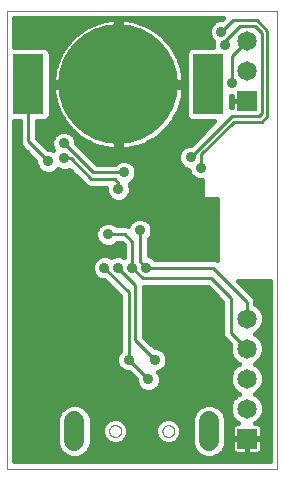
<source format=gbl>
G75*
%MOIN*%
%OFA0B0*%
%FSLAX25Y25*%
%IPPOS*%
%LPD*%
%AMOC8*
5,1,8,0,0,1.08239X$1,22.5*
%
%ADD10C,0.00000*%
%ADD11C,0.06600*%
%ADD12R,0.06500X0.06500*%
%ADD13C,0.06500*%
%ADD14C,0.40000*%
%ADD15R,0.10000X0.20000*%
%ADD16C,0.01600*%
%ADD17C,0.03562*%
%ADD18C,0.01000*%
D10*
X0022622Y0058041D02*
X0022622Y0210541D01*
X0112622Y0210541D01*
X0112622Y0058041D01*
X0022622Y0058041D01*
X0056795Y0070541D02*
X0056797Y0070629D01*
X0056803Y0070717D01*
X0056813Y0070805D01*
X0056827Y0070893D01*
X0056844Y0070979D01*
X0056866Y0071065D01*
X0056891Y0071149D01*
X0056921Y0071233D01*
X0056953Y0071315D01*
X0056990Y0071395D01*
X0057030Y0071474D01*
X0057074Y0071551D01*
X0057121Y0071626D01*
X0057171Y0071698D01*
X0057225Y0071769D01*
X0057281Y0071836D01*
X0057341Y0071902D01*
X0057403Y0071964D01*
X0057469Y0072024D01*
X0057536Y0072080D01*
X0057607Y0072134D01*
X0057679Y0072184D01*
X0057754Y0072231D01*
X0057831Y0072275D01*
X0057910Y0072315D01*
X0057990Y0072352D01*
X0058072Y0072384D01*
X0058156Y0072414D01*
X0058240Y0072439D01*
X0058326Y0072461D01*
X0058412Y0072478D01*
X0058500Y0072492D01*
X0058588Y0072502D01*
X0058676Y0072508D01*
X0058764Y0072510D01*
X0058852Y0072508D01*
X0058940Y0072502D01*
X0059028Y0072492D01*
X0059116Y0072478D01*
X0059202Y0072461D01*
X0059288Y0072439D01*
X0059372Y0072414D01*
X0059456Y0072384D01*
X0059538Y0072352D01*
X0059618Y0072315D01*
X0059697Y0072275D01*
X0059774Y0072231D01*
X0059849Y0072184D01*
X0059921Y0072134D01*
X0059992Y0072080D01*
X0060059Y0072024D01*
X0060125Y0071964D01*
X0060187Y0071902D01*
X0060247Y0071836D01*
X0060303Y0071769D01*
X0060357Y0071698D01*
X0060407Y0071626D01*
X0060454Y0071551D01*
X0060498Y0071474D01*
X0060538Y0071395D01*
X0060575Y0071315D01*
X0060607Y0071233D01*
X0060637Y0071149D01*
X0060662Y0071065D01*
X0060684Y0070979D01*
X0060701Y0070893D01*
X0060715Y0070805D01*
X0060725Y0070717D01*
X0060731Y0070629D01*
X0060733Y0070541D01*
X0060731Y0070453D01*
X0060725Y0070365D01*
X0060715Y0070277D01*
X0060701Y0070189D01*
X0060684Y0070103D01*
X0060662Y0070017D01*
X0060637Y0069933D01*
X0060607Y0069849D01*
X0060575Y0069767D01*
X0060538Y0069687D01*
X0060498Y0069608D01*
X0060454Y0069531D01*
X0060407Y0069456D01*
X0060357Y0069384D01*
X0060303Y0069313D01*
X0060247Y0069246D01*
X0060187Y0069180D01*
X0060125Y0069118D01*
X0060059Y0069058D01*
X0059992Y0069002D01*
X0059921Y0068948D01*
X0059849Y0068898D01*
X0059774Y0068851D01*
X0059697Y0068807D01*
X0059618Y0068767D01*
X0059538Y0068730D01*
X0059456Y0068698D01*
X0059372Y0068668D01*
X0059288Y0068643D01*
X0059202Y0068621D01*
X0059116Y0068604D01*
X0059028Y0068590D01*
X0058940Y0068580D01*
X0058852Y0068574D01*
X0058764Y0068572D01*
X0058676Y0068574D01*
X0058588Y0068580D01*
X0058500Y0068590D01*
X0058412Y0068604D01*
X0058326Y0068621D01*
X0058240Y0068643D01*
X0058156Y0068668D01*
X0058072Y0068698D01*
X0057990Y0068730D01*
X0057910Y0068767D01*
X0057831Y0068807D01*
X0057754Y0068851D01*
X0057679Y0068898D01*
X0057607Y0068948D01*
X0057536Y0069002D01*
X0057469Y0069058D01*
X0057403Y0069118D01*
X0057341Y0069180D01*
X0057281Y0069246D01*
X0057225Y0069313D01*
X0057171Y0069384D01*
X0057121Y0069456D01*
X0057074Y0069531D01*
X0057030Y0069608D01*
X0056990Y0069687D01*
X0056953Y0069767D01*
X0056921Y0069849D01*
X0056891Y0069933D01*
X0056866Y0070017D01*
X0056844Y0070103D01*
X0056827Y0070189D01*
X0056813Y0070277D01*
X0056803Y0070365D01*
X0056797Y0070453D01*
X0056795Y0070541D01*
X0074511Y0070541D02*
X0074513Y0070629D01*
X0074519Y0070717D01*
X0074529Y0070805D01*
X0074543Y0070893D01*
X0074560Y0070979D01*
X0074582Y0071065D01*
X0074607Y0071149D01*
X0074637Y0071233D01*
X0074669Y0071315D01*
X0074706Y0071395D01*
X0074746Y0071474D01*
X0074790Y0071551D01*
X0074837Y0071626D01*
X0074887Y0071698D01*
X0074941Y0071769D01*
X0074997Y0071836D01*
X0075057Y0071902D01*
X0075119Y0071964D01*
X0075185Y0072024D01*
X0075252Y0072080D01*
X0075323Y0072134D01*
X0075395Y0072184D01*
X0075470Y0072231D01*
X0075547Y0072275D01*
X0075626Y0072315D01*
X0075706Y0072352D01*
X0075788Y0072384D01*
X0075872Y0072414D01*
X0075956Y0072439D01*
X0076042Y0072461D01*
X0076128Y0072478D01*
X0076216Y0072492D01*
X0076304Y0072502D01*
X0076392Y0072508D01*
X0076480Y0072510D01*
X0076568Y0072508D01*
X0076656Y0072502D01*
X0076744Y0072492D01*
X0076832Y0072478D01*
X0076918Y0072461D01*
X0077004Y0072439D01*
X0077088Y0072414D01*
X0077172Y0072384D01*
X0077254Y0072352D01*
X0077334Y0072315D01*
X0077413Y0072275D01*
X0077490Y0072231D01*
X0077565Y0072184D01*
X0077637Y0072134D01*
X0077708Y0072080D01*
X0077775Y0072024D01*
X0077841Y0071964D01*
X0077903Y0071902D01*
X0077963Y0071836D01*
X0078019Y0071769D01*
X0078073Y0071698D01*
X0078123Y0071626D01*
X0078170Y0071551D01*
X0078214Y0071474D01*
X0078254Y0071395D01*
X0078291Y0071315D01*
X0078323Y0071233D01*
X0078353Y0071149D01*
X0078378Y0071065D01*
X0078400Y0070979D01*
X0078417Y0070893D01*
X0078431Y0070805D01*
X0078441Y0070717D01*
X0078447Y0070629D01*
X0078449Y0070541D01*
X0078447Y0070453D01*
X0078441Y0070365D01*
X0078431Y0070277D01*
X0078417Y0070189D01*
X0078400Y0070103D01*
X0078378Y0070017D01*
X0078353Y0069933D01*
X0078323Y0069849D01*
X0078291Y0069767D01*
X0078254Y0069687D01*
X0078214Y0069608D01*
X0078170Y0069531D01*
X0078123Y0069456D01*
X0078073Y0069384D01*
X0078019Y0069313D01*
X0077963Y0069246D01*
X0077903Y0069180D01*
X0077841Y0069118D01*
X0077775Y0069058D01*
X0077708Y0069002D01*
X0077637Y0068948D01*
X0077565Y0068898D01*
X0077490Y0068851D01*
X0077413Y0068807D01*
X0077334Y0068767D01*
X0077254Y0068730D01*
X0077172Y0068698D01*
X0077088Y0068668D01*
X0077004Y0068643D01*
X0076918Y0068621D01*
X0076832Y0068604D01*
X0076744Y0068590D01*
X0076656Y0068580D01*
X0076568Y0068574D01*
X0076480Y0068572D01*
X0076392Y0068574D01*
X0076304Y0068580D01*
X0076216Y0068590D01*
X0076128Y0068604D01*
X0076042Y0068621D01*
X0075956Y0068643D01*
X0075872Y0068668D01*
X0075788Y0068698D01*
X0075706Y0068730D01*
X0075626Y0068767D01*
X0075547Y0068807D01*
X0075470Y0068851D01*
X0075395Y0068898D01*
X0075323Y0068948D01*
X0075252Y0069002D01*
X0075185Y0069058D01*
X0075119Y0069118D01*
X0075057Y0069180D01*
X0074997Y0069246D01*
X0074941Y0069313D01*
X0074887Y0069384D01*
X0074837Y0069456D01*
X0074790Y0069531D01*
X0074746Y0069608D01*
X0074706Y0069687D01*
X0074669Y0069767D01*
X0074637Y0069849D01*
X0074607Y0069933D01*
X0074582Y0070017D01*
X0074560Y0070103D01*
X0074543Y0070189D01*
X0074529Y0070277D01*
X0074519Y0070365D01*
X0074513Y0070453D01*
X0074511Y0070541D01*
D11*
X0090063Y0067241D02*
X0090063Y0073841D01*
X0045181Y0073841D02*
X0045181Y0067241D01*
D12*
X0102622Y0068041D03*
X0102622Y0180541D03*
D13*
X0102622Y0190541D03*
X0102622Y0200541D03*
X0102622Y0108041D03*
X0102622Y0098041D03*
X0102622Y0088041D03*
X0102622Y0078041D03*
D14*
X0059810Y0186166D03*
D15*
X0089810Y0186166D03*
X0029810Y0186166D03*
D16*
X0032710Y0173766D02*
X0035287Y0173766D01*
X0036169Y0174132D01*
X0036844Y0174807D01*
X0037210Y0175689D01*
X0037210Y0196644D01*
X0036844Y0197526D01*
X0036169Y0198201D01*
X0035287Y0198566D01*
X0025022Y0198566D01*
X0025022Y0208141D01*
X0094558Y0208141D01*
X0094265Y0207847D01*
X0093353Y0207847D01*
X0091816Y0207211D01*
X0090640Y0206035D01*
X0090004Y0204498D01*
X0090004Y0202835D01*
X0090640Y0201298D01*
X0091418Y0200520D01*
X0091254Y0200123D01*
X0091254Y0198566D01*
X0084332Y0198566D01*
X0083450Y0198201D01*
X0082775Y0197526D01*
X0082410Y0196644D01*
X0082410Y0175689D01*
X0082775Y0174807D01*
X0083450Y0174132D01*
X0084332Y0173766D01*
X0091746Y0173766D01*
X0083952Y0165972D01*
X0083040Y0165972D01*
X0081504Y0165336D01*
X0080328Y0164160D01*
X0079691Y0162623D01*
X0079691Y0160960D01*
X0080328Y0159423D01*
X0081504Y0158247D01*
X0083040Y0157610D01*
X0083129Y0157610D01*
X0083129Y0157522D01*
X0083765Y0155985D01*
X0084941Y0154809D01*
X0086478Y0154173D01*
X0087622Y0154173D01*
X0087622Y0148041D01*
X0092622Y0148041D01*
X0092622Y0127537D01*
X0091949Y0127816D01*
X0072198Y0127816D01*
X0071553Y0128461D01*
X0070016Y0129097D01*
X0069897Y0129097D01*
X0069897Y0134403D01*
X0070542Y0135048D01*
X0071178Y0136585D01*
X0071178Y0138248D01*
X0070542Y0139785D01*
X0069366Y0140961D01*
X0067829Y0141597D01*
X0066165Y0141597D01*
X0064629Y0140961D01*
X0063453Y0139785D01*
X0063070Y0138861D01*
X0062574Y0139066D01*
X0059385Y0139066D01*
X0058741Y0139711D01*
X0057204Y0140347D01*
X0055540Y0140347D01*
X0054004Y0139711D01*
X0052828Y0138535D01*
X0052191Y0136998D01*
X0052191Y0135335D01*
X0052828Y0133798D01*
X0054004Y0132622D01*
X0055540Y0131985D01*
X0057204Y0131985D01*
X0058741Y0132622D01*
X0059385Y0133266D01*
X0060796Y0133266D01*
X0061597Y0132465D01*
X0061597Y0128702D01*
X0060641Y0129097D01*
X0058978Y0129097D01*
X0057466Y0128471D01*
X0055954Y0129097D01*
X0054290Y0129097D01*
X0052754Y0128461D01*
X0051578Y0127285D01*
X0050941Y0125748D01*
X0050941Y0124085D01*
X0051578Y0122548D01*
X0052754Y0121372D01*
X0054290Y0120735D01*
X0055202Y0120735D01*
X0060347Y0115590D01*
X0060347Y0097304D01*
X0059703Y0096660D01*
X0059066Y0095123D01*
X0059066Y0093460D01*
X0059703Y0091923D01*
X0060879Y0090747D01*
X0062415Y0090110D01*
X0063327Y0090110D01*
X0065629Y0087809D01*
X0065629Y0086897D01*
X0066265Y0085360D01*
X0067441Y0084184D01*
X0068978Y0083548D01*
X0070641Y0083548D01*
X0072178Y0084184D01*
X0073354Y0085360D01*
X0073991Y0086897D01*
X0073991Y0088561D01*
X0073354Y0090097D01*
X0073191Y0090260D01*
X0074366Y0090747D01*
X0075542Y0091923D01*
X0076178Y0093460D01*
X0076178Y0095123D01*
X0075542Y0096660D01*
X0074366Y0097836D01*
X0072829Y0098472D01*
X0071917Y0098472D01*
X0068335Y0102055D01*
X0068335Y0118579D01*
X0089546Y0118579D01*
X0094410Y0113715D01*
X0094410Y0102777D01*
X0094851Y0101711D01*
X0095667Y0100895D01*
X0097097Y0099466D01*
X0096972Y0099165D01*
X0096972Y0096917D01*
X0097832Y0094841D01*
X0099422Y0093252D01*
X0099929Y0093041D01*
X0099422Y0092831D01*
X0097832Y0091242D01*
X0096972Y0089165D01*
X0096972Y0086917D01*
X0097832Y0084841D01*
X0099422Y0083252D01*
X0099929Y0083041D01*
X0099422Y0082831D01*
X0097832Y0081242D01*
X0096972Y0079165D01*
X0096972Y0076917D01*
X0097832Y0074841D01*
X0099422Y0073252D01*
X0099808Y0073091D01*
X0099135Y0073091D01*
X0098677Y0072969D01*
X0098267Y0072732D01*
X0097932Y0072397D01*
X0097695Y0071986D01*
X0097572Y0071528D01*
X0097572Y0068116D01*
X0102547Y0068116D01*
X0102547Y0067966D01*
X0102697Y0067966D01*
X0102697Y0062991D01*
X0106109Y0062991D01*
X0106567Y0063114D01*
X0106977Y0063351D01*
X0107313Y0063686D01*
X0107549Y0064097D01*
X0107672Y0064554D01*
X0107672Y0067966D01*
X0102697Y0067966D01*
X0102697Y0068116D01*
X0107672Y0068116D01*
X0107672Y0071528D01*
X0107549Y0071986D01*
X0107313Y0072397D01*
X0106977Y0072732D01*
X0106567Y0072969D01*
X0106109Y0073091D01*
X0105436Y0073091D01*
X0105823Y0073252D01*
X0107412Y0074841D01*
X0108272Y0076917D01*
X0108272Y0079165D01*
X0107412Y0081242D01*
X0105823Y0082831D01*
X0105315Y0083041D01*
X0105823Y0083252D01*
X0107412Y0084841D01*
X0108272Y0086917D01*
X0108272Y0089165D01*
X0107412Y0091242D01*
X0105823Y0092831D01*
X0105315Y0093041D01*
X0105823Y0093252D01*
X0107412Y0094841D01*
X0108272Y0096917D01*
X0108272Y0099165D01*
X0107412Y0101242D01*
X0105823Y0102831D01*
X0105315Y0103041D01*
X0105823Y0103252D01*
X0107412Y0104841D01*
X0108272Y0106917D01*
X0108272Y0109165D01*
X0107412Y0111242D01*
X0105823Y0112831D01*
X0105522Y0112956D01*
X0105522Y0114243D01*
X0105081Y0115309D01*
X0099848Y0120541D01*
X0110222Y0120541D01*
X0110222Y0060441D01*
X0025022Y0060441D01*
X0025022Y0173766D01*
X0026910Y0173766D01*
X0026910Y0166527D01*
X0027351Y0165461D01*
X0028167Y0164645D01*
X0032191Y0160621D01*
X0032191Y0159710D01*
X0032828Y0158173D01*
X0034004Y0156997D01*
X0035540Y0156360D01*
X0037204Y0156360D01*
X0038741Y0156997D01*
X0039572Y0157828D01*
X0040853Y0157298D01*
X0042516Y0157298D01*
X0043532Y0157718D01*
X0048289Y0152961D01*
X0049104Y0152145D01*
X0050170Y0151704D01*
X0055629Y0151704D01*
X0055629Y0150335D01*
X0056265Y0148798D01*
X0057441Y0147622D01*
X0058978Y0146985D01*
X0060641Y0146985D01*
X0062178Y0147622D01*
X0063354Y0148798D01*
X0063991Y0150335D01*
X0063991Y0151998D01*
X0063558Y0153042D01*
X0064053Y0153247D01*
X0065229Y0154423D01*
X0065866Y0155960D01*
X0065866Y0157623D01*
X0065229Y0159160D01*
X0064053Y0160336D01*
X0062516Y0160972D01*
X0060853Y0160972D01*
X0059316Y0160336D01*
X0058672Y0159691D01*
X0052573Y0159691D01*
X0045866Y0166399D01*
X0045866Y0167311D01*
X0045229Y0168847D01*
X0044053Y0170023D01*
X0042516Y0170660D01*
X0040853Y0170660D01*
X0039316Y0170023D01*
X0038140Y0168847D01*
X0037504Y0167311D01*
X0037504Y0165647D01*
X0038028Y0164381D01*
X0037204Y0164722D01*
X0036292Y0164722D01*
X0032710Y0168305D01*
X0032710Y0173766D01*
X0032710Y0173134D02*
X0042332Y0173134D01*
X0042677Y0172660D02*
X0043789Y0171357D01*
X0045000Y0170146D01*
X0046303Y0169033D01*
X0047689Y0168026D01*
X0049150Y0167131D01*
X0050676Y0166354D01*
X0052258Y0165698D01*
X0053888Y0165169D01*
X0055553Y0164769D01*
X0057245Y0164501D01*
X0058953Y0164366D01*
X0059010Y0164366D01*
X0059010Y0185366D01*
X0060610Y0185366D01*
X0060610Y0186966D01*
X0081610Y0186966D01*
X0081610Y0187023D01*
X0081475Y0188731D01*
X0081207Y0190423D01*
X0080807Y0192088D01*
X0080278Y0193718D01*
X0079622Y0195300D01*
X0078845Y0196826D01*
X0077950Y0198287D01*
X0076943Y0199673D01*
X0075830Y0200976D01*
X0074619Y0202187D01*
X0073316Y0203299D01*
X0071930Y0204306D01*
X0070470Y0205201D01*
X0068943Y0205979D01*
X0067361Y0206635D01*
X0065732Y0207164D01*
X0064066Y0207564D01*
X0062374Y0207832D01*
X0060666Y0207966D01*
X0060610Y0207966D01*
X0060610Y0186966D01*
X0059010Y0186966D01*
X0059010Y0185366D01*
X0038010Y0185366D01*
X0038010Y0185310D01*
X0038144Y0183602D01*
X0038412Y0181910D01*
X0038812Y0180244D01*
X0039341Y0178615D01*
X0039997Y0177033D01*
X0040775Y0175506D01*
X0041670Y0174046D01*
X0042677Y0172660D01*
X0043637Y0171536D02*
X0032710Y0171536D01*
X0032710Y0169937D02*
X0039230Y0169937D01*
X0037929Y0168339D02*
X0032710Y0168339D01*
X0034275Y0166740D02*
X0037504Y0166740D01*
X0037713Y0165142D02*
X0035873Y0165142D01*
X0032191Y0160346D02*
X0025022Y0160346D01*
X0025022Y0158748D02*
X0032590Y0158748D01*
X0033851Y0157149D02*
X0025022Y0157149D01*
X0025022Y0155551D02*
X0045699Y0155551D01*
X0044101Y0157149D02*
X0038893Y0157149D01*
X0045866Y0166740D02*
X0049917Y0166740D01*
X0048722Y0163543D02*
X0080072Y0163543D01*
X0079691Y0161945D02*
X0050320Y0161945D01*
X0051919Y0160346D02*
X0059341Y0160346D01*
X0060610Y0164366D02*
X0060666Y0164366D01*
X0062374Y0164501D01*
X0064066Y0164769D01*
X0065732Y0165169D01*
X0067361Y0165698D01*
X0068943Y0166354D01*
X0070470Y0167131D01*
X0071930Y0168026D01*
X0073316Y0169033D01*
X0074619Y0170146D01*
X0075830Y0171357D01*
X0076943Y0172660D01*
X0077950Y0174046D01*
X0078845Y0175506D01*
X0079622Y0177033D01*
X0080278Y0178615D01*
X0080807Y0180244D01*
X0081207Y0181910D01*
X0081475Y0183602D01*
X0081610Y0185310D01*
X0081610Y0185366D01*
X0060610Y0185366D01*
X0060610Y0164366D01*
X0060610Y0165142D02*
X0059010Y0165142D01*
X0059010Y0166740D02*
X0060610Y0166740D01*
X0060610Y0168339D02*
X0059010Y0168339D01*
X0059010Y0169937D02*
X0060610Y0169937D01*
X0060610Y0171536D02*
X0059010Y0171536D01*
X0059010Y0173134D02*
X0060610Y0173134D01*
X0060610Y0174733D02*
X0059010Y0174733D01*
X0059010Y0176331D02*
X0060610Y0176331D01*
X0060610Y0177930D02*
X0059010Y0177930D01*
X0059010Y0179528D02*
X0060610Y0179528D01*
X0060610Y0181127D02*
X0059010Y0181127D01*
X0059010Y0182725D02*
X0060610Y0182725D01*
X0060610Y0184324D02*
X0059010Y0184324D01*
X0059010Y0185922D02*
X0037210Y0185922D01*
X0038010Y0186966D02*
X0059010Y0186966D01*
X0059010Y0207966D01*
X0058953Y0207966D01*
X0057245Y0207832D01*
X0055553Y0207564D01*
X0053888Y0207164D01*
X0052258Y0206635D01*
X0050676Y0205979D01*
X0049150Y0205201D01*
X0047689Y0204306D01*
X0046303Y0203299D01*
X0045000Y0202187D01*
X0043789Y0200976D01*
X0042677Y0199673D01*
X0041670Y0198287D01*
X0040775Y0196826D01*
X0039997Y0195300D01*
X0039341Y0193718D01*
X0038812Y0192088D01*
X0038412Y0190423D01*
X0038144Y0188731D01*
X0038010Y0187023D01*
X0038010Y0186966D01*
X0038049Y0187521D02*
X0037210Y0187521D01*
X0037210Y0189119D02*
X0038206Y0189119D01*
X0038483Y0190718D02*
X0037210Y0190718D01*
X0037210Y0192316D02*
X0038886Y0192316D01*
X0039423Y0193915D02*
X0037210Y0193915D01*
X0037210Y0195513D02*
X0040105Y0195513D01*
X0040949Y0197112D02*
X0037016Y0197112D01*
X0041977Y0198710D02*
X0025022Y0198710D01*
X0025022Y0200309D02*
X0043220Y0200309D01*
X0044721Y0201907D02*
X0025022Y0201907D01*
X0025022Y0203506D02*
X0046587Y0203506D01*
X0048991Y0205104D02*
X0025022Y0205104D01*
X0025022Y0206703D02*
X0052468Y0206703D01*
X0059010Y0206703D02*
X0060610Y0206703D01*
X0060610Y0205104D02*
X0059010Y0205104D01*
X0059010Y0203506D02*
X0060610Y0203506D01*
X0060610Y0201907D02*
X0059010Y0201907D01*
X0059010Y0200309D02*
X0060610Y0200309D01*
X0060610Y0198710D02*
X0059010Y0198710D01*
X0059010Y0197112D02*
X0060610Y0197112D01*
X0060610Y0195513D02*
X0059010Y0195513D01*
X0059010Y0193915D02*
X0060610Y0193915D01*
X0060610Y0192316D02*
X0059010Y0192316D01*
X0059010Y0190718D02*
X0060610Y0190718D01*
X0060610Y0189119D02*
X0059010Y0189119D01*
X0059010Y0187521D02*
X0060610Y0187521D01*
X0060610Y0185922D02*
X0082410Y0185922D01*
X0082410Y0184324D02*
X0081532Y0184324D01*
X0081336Y0182725D02*
X0082410Y0182725D01*
X0082410Y0181127D02*
X0081019Y0181127D01*
X0080575Y0179528D02*
X0082410Y0179528D01*
X0082410Y0177930D02*
X0079994Y0177930D01*
X0079265Y0176331D02*
X0082410Y0176331D01*
X0082849Y0174733D02*
X0078371Y0174733D01*
X0077288Y0173134D02*
X0091114Y0173134D01*
X0089515Y0171536D02*
X0075983Y0171536D01*
X0074375Y0169937D02*
X0087917Y0169937D01*
X0086318Y0168339D02*
X0072360Y0168339D01*
X0069702Y0166740D02*
X0084720Y0166740D01*
X0081309Y0165142D02*
X0065619Y0165142D01*
X0064029Y0160346D02*
X0079945Y0160346D01*
X0081003Y0158748D02*
X0065400Y0158748D01*
X0065866Y0157149D02*
X0083283Y0157149D01*
X0084200Y0155551D02*
X0065696Y0155551D01*
X0064758Y0153952D02*
X0087622Y0153952D01*
X0087622Y0152354D02*
X0063844Y0152354D01*
X0063991Y0150755D02*
X0087622Y0150755D01*
X0087622Y0149156D02*
X0063503Y0149156D01*
X0062024Y0147558D02*
X0092622Y0147558D01*
X0092622Y0145959D02*
X0025022Y0145959D01*
X0025022Y0144361D02*
X0092622Y0144361D01*
X0092622Y0142762D02*
X0025022Y0142762D01*
X0025022Y0141164D02*
X0065119Y0141164D01*
X0063362Y0139565D02*
X0058886Y0139565D01*
X0059290Y0133171D02*
X0060891Y0133171D01*
X0061597Y0131573D02*
X0025022Y0131573D01*
X0025022Y0133171D02*
X0053454Y0133171D01*
X0052425Y0134770D02*
X0025022Y0134770D01*
X0025022Y0136368D02*
X0052191Y0136368D01*
X0052592Y0137967D02*
X0025022Y0137967D01*
X0025022Y0139565D02*
X0053858Y0139565D01*
X0057595Y0147558D02*
X0025022Y0147558D01*
X0025022Y0149156D02*
X0056117Y0149156D01*
X0055629Y0150755D02*
X0025022Y0150755D01*
X0025022Y0152354D02*
X0048896Y0152354D01*
X0047298Y0153952D02*
X0025022Y0153952D01*
X0025022Y0161945D02*
X0030868Y0161945D01*
X0029269Y0163543D02*
X0025022Y0163543D01*
X0025022Y0165142D02*
X0027671Y0165142D01*
X0028167Y0164645D02*
X0028167Y0164645D01*
X0026910Y0166740D02*
X0025022Y0166740D01*
X0025022Y0168339D02*
X0026910Y0168339D01*
X0026910Y0169937D02*
X0025022Y0169937D01*
X0025022Y0171536D02*
X0026910Y0171536D01*
X0026910Y0173134D02*
X0025022Y0173134D01*
X0036770Y0174733D02*
X0041249Y0174733D01*
X0040354Y0176331D02*
X0037210Y0176331D01*
X0037210Y0177930D02*
X0039625Y0177930D01*
X0039045Y0179528D02*
X0037210Y0179528D01*
X0037210Y0181127D02*
X0038600Y0181127D01*
X0038283Y0182725D02*
X0037210Y0182725D01*
X0037210Y0184324D02*
X0038087Y0184324D01*
X0044139Y0169937D02*
X0045245Y0169937D01*
X0045440Y0168339D02*
X0047259Y0168339D01*
X0047123Y0165142D02*
X0054000Y0165142D01*
X0068875Y0141164D02*
X0092622Y0141164D01*
X0092622Y0139565D02*
X0070633Y0139565D01*
X0071178Y0137967D02*
X0092622Y0137967D01*
X0092622Y0136368D02*
X0071089Y0136368D01*
X0070264Y0134770D02*
X0092622Y0134770D01*
X0092622Y0133171D02*
X0069897Y0133171D01*
X0069897Y0131573D02*
X0092622Y0131573D01*
X0092622Y0129974D02*
X0069897Y0129974D01*
X0071638Y0128376D02*
X0092622Y0128376D01*
X0090939Y0117186D02*
X0068335Y0117186D01*
X0068335Y0115588D02*
X0092537Y0115588D01*
X0094136Y0113989D02*
X0068335Y0113989D01*
X0068335Y0112391D02*
X0094410Y0112391D01*
X0094410Y0110792D02*
X0068335Y0110792D01*
X0068335Y0109194D02*
X0094410Y0109194D01*
X0094410Y0107595D02*
X0068335Y0107595D01*
X0068335Y0105997D02*
X0094410Y0105997D01*
X0094410Y0104398D02*
X0068335Y0104398D01*
X0068335Y0102800D02*
X0094410Y0102800D01*
X0095361Y0101201D02*
X0069189Y0101201D01*
X0070787Y0099603D02*
X0096960Y0099603D01*
X0096972Y0098004D02*
X0073959Y0098004D01*
X0075647Y0096406D02*
X0097184Y0096406D01*
X0097866Y0094807D02*
X0076178Y0094807D01*
X0076074Y0093209D02*
X0099525Y0093209D01*
X0098201Y0091610D02*
X0075229Y0091610D01*
X0073991Y0088413D02*
X0096972Y0088413D01*
X0097015Y0086815D02*
X0073957Y0086815D01*
X0073210Y0085216D02*
X0097677Y0085216D01*
X0099056Y0083618D02*
X0070810Y0083618D01*
X0068810Y0083618D02*
X0025022Y0083618D01*
X0025022Y0085216D02*
X0066409Y0085216D01*
X0065663Y0086815D02*
X0025022Y0086815D01*
X0025022Y0088413D02*
X0065024Y0088413D01*
X0063426Y0090012D02*
X0025022Y0090012D01*
X0025022Y0091610D02*
X0060015Y0091610D01*
X0059170Y0093209D02*
X0025022Y0093209D01*
X0025022Y0094807D02*
X0059066Y0094807D01*
X0059597Y0096406D02*
X0025022Y0096406D01*
X0025022Y0098004D02*
X0060347Y0098004D01*
X0060347Y0099603D02*
X0025022Y0099603D01*
X0025022Y0101201D02*
X0060347Y0101201D01*
X0060347Y0102800D02*
X0025022Y0102800D01*
X0025022Y0104398D02*
X0060347Y0104398D01*
X0060347Y0105997D02*
X0025022Y0105997D01*
X0025022Y0107595D02*
X0060347Y0107595D01*
X0060347Y0109194D02*
X0025022Y0109194D01*
X0025022Y0110792D02*
X0060347Y0110792D01*
X0060347Y0112391D02*
X0025022Y0112391D01*
X0025022Y0113989D02*
X0060347Y0113989D01*
X0060347Y0115588D02*
X0025022Y0115588D01*
X0025022Y0117186D02*
X0058751Y0117186D01*
X0057153Y0118785D02*
X0025022Y0118785D01*
X0025022Y0120383D02*
X0055554Y0120383D01*
X0052144Y0121982D02*
X0025022Y0121982D01*
X0025022Y0123580D02*
X0051150Y0123580D01*
X0050941Y0125179D02*
X0025022Y0125179D01*
X0025022Y0126777D02*
X0051367Y0126777D01*
X0052669Y0128376D02*
X0025022Y0128376D01*
X0025022Y0129974D02*
X0061597Y0129974D01*
X0073390Y0090012D02*
X0097323Y0090012D01*
X0098610Y0082019D02*
X0025022Y0082019D01*
X0025022Y0080420D02*
X0097492Y0080420D01*
X0096972Y0078822D02*
X0092934Y0078822D01*
X0093292Y0078674D02*
X0091197Y0079541D01*
X0088929Y0079541D01*
X0086834Y0078674D01*
X0085231Y0077070D01*
X0084363Y0074975D01*
X0084363Y0066108D01*
X0085231Y0064013D01*
X0086834Y0062409D01*
X0088929Y0061541D01*
X0091197Y0061541D01*
X0093292Y0062409D01*
X0094895Y0064013D01*
X0095763Y0066108D01*
X0095763Y0074975D01*
X0094895Y0077070D01*
X0093292Y0078674D01*
X0094742Y0077223D02*
X0096972Y0077223D01*
X0097508Y0075625D02*
X0095494Y0075625D01*
X0095763Y0074026D02*
X0098647Y0074026D01*
X0097963Y0072428D02*
X0095763Y0072428D01*
X0095763Y0070829D02*
X0097572Y0070829D01*
X0097572Y0069231D02*
X0095763Y0069231D01*
X0095763Y0067632D02*
X0097572Y0067632D01*
X0097572Y0067966D02*
X0097572Y0064554D01*
X0097695Y0064097D01*
X0097932Y0063686D01*
X0098267Y0063351D01*
X0098677Y0063114D01*
X0099135Y0062991D01*
X0102547Y0062991D01*
X0102547Y0067966D01*
X0097572Y0067966D01*
X0097572Y0066034D02*
X0095733Y0066034D01*
X0095070Y0064435D02*
X0097604Y0064435D01*
X0093720Y0062837D02*
X0110222Y0062837D01*
X0110222Y0064435D02*
X0107640Y0064435D01*
X0107672Y0066034D02*
X0110222Y0066034D01*
X0110222Y0067632D02*
X0107672Y0067632D01*
X0107672Y0069231D02*
X0110222Y0069231D01*
X0110222Y0070829D02*
X0107672Y0070829D01*
X0107281Y0072428D02*
X0110222Y0072428D01*
X0110222Y0074026D02*
X0106598Y0074026D01*
X0107737Y0075625D02*
X0110222Y0075625D01*
X0110222Y0077223D02*
X0108272Y0077223D01*
X0108272Y0078822D02*
X0110222Y0078822D01*
X0110222Y0080420D02*
X0107752Y0080420D01*
X0106635Y0082019D02*
X0110222Y0082019D01*
X0110222Y0083618D02*
X0106189Y0083618D01*
X0107567Y0085216D02*
X0110222Y0085216D01*
X0110222Y0086815D02*
X0108230Y0086815D01*
X0108272Y0088413D02*
X0110222Y0088413D01*
X0110222Y0090012D02*
X0107922Y0090012D01*
X0107044Y0091610D02*
X0110222Y0091610D01*
X0110222Y0093209D02*
X0105719Y0093209D01*
X0107378Y0094807D02*
X0110222Y0094807D01*
X0110222Y0096406D02*
X0108060Y0096406D01*
X0108272Y0098004D02*
X0110222Y0098004D01*
X0110222Y0099603D02*
X0108091Y0099603D01*
X0107429Y0101201D02*
X0110222Y0101201D01*
X0110222Y0102800D02*
X0105854Y0102800D01*
X0106969Y0104398D02*
X0110222Y0104398D01*
X0110222Y0105997D02*
X0107891Y0105997D01*
X0108272Y0107595D02*
X0110222Y0107595D01*
X0110222Y0109194D02*
X0108260Y0109194D01*
X0107598Y0110792D02*
X0110222Y0110792D01*
X0110222Y0112391D02*
X0106263Y0112391D01*
X0105522Y0113989D02*
X0110222Y0113989D01*
X0110222Y0115588D02*
X0104802Y0115588D01*
X0103203Y0117186D02*
X0110222Y0117186D01*
X0110222Y0118785D02*
X0101605Y0118785D01*
X0100006Y0120383D02*
X0110222Y0120383D01*
X0087193Y0078822D02*
X0048052Y0078822D01*
X0048410Y0078674D02*
X0046315Y0079541D01*
X0044047Y0079541D01*
X0041952Y0078674D01*
X0040349Y0077070D01*
X0039481Y0074975D01*
X0039481Y0066108D01*
X0040349Y0064013D01*
X0041952Y0062409D01*
X0044047Y0061541D01*
X0046315Y0061541D01*
X0048410Y0062409D01*
X0050013Y0064013D01*
X0050881Y0066108D01*
X0050881Y0074975D01*
X0050013Y0077070D01*
X0048410Y0078674D01*
X0049860Y0077223D02*
X0085384Y0077223D01*
X0084632Y0075625D02*
X0050612Y0075625D01*
X0050881Y0074026D02*
X0056071Y0074026D01*
X0056289Y0074245D02*
X0055060Y0073016D01*
X0054395Y0071410D01*
X0054395Y0069672D01*
X0055060Y0068067D01*
X0056289Y0066838D01*
X0057895Y0066173D01*
X0059633Y0066173D01*
X0061238Y0066838D01*
X0062467Y0068067D01*
X0063132Y0069672D01*
X0063132Y0071410D01*
X0062467Y0073016D01*
X0061238Y0074245D01*
X0059633Y0074910D01*
X0057895Y0074910D01*
X0056289Y0074245D01*
X0054817Y0072428D02*
X0050881Y0072428D01*
X0050881Y0070829D02*
X0054395Y0070829D01*
X0054578Y0069231D02*
X0050881Y0069231D01*
X0050881Y0067632D02*
X0055495Y0067632D01*
X0050851Y0066034D02*
X0084394Y0066034D01*
X0084363Y0067632D02*
X0079750Y0067632D01*
X0080184Y0068067D02*
X0080849Y0069672D01*
X0080849Y0071410D01*
X0080184Y0073016D01*
X0078955Y0074245D01*
X0077349Y0074910D01*
X0075611Y0074910D01*
X0074006Y0074245D01*
X0072777Y0073016D01*
X0072112Y0071410D01*
X0072112Y0069672D01*
X0072777Y0068067D01*
X0074006Y0066838D01*
X0075611Y0066173D01*
X0077349Y0066173D01*
X0078955Y0066838D01*
X0080184Y0068067D01*
X0080666Y0069231D02*
X0084363Y0069231D01*
X0084363Y0070829D02*
X0080849Y0070829D01*
X0080427Y0072428D02*
X0084363Y0072428D01*
X0084363Y0074026D02*
X0079173Y0074026D01*
X0073788Y0074026D02*
X0061457Y0074026D01*
X0062711Y0072428D02*
X0072533Y0072428D01*
X0072112Y0070829D02*
X0063132Y0070829D01*
X0062950Y0069231D02*
X0072295Y0069231D01*
X0073211Y0067632D02*
X0062033Y0067632D01*
X0050189Y0064435D02*
X0085056Y0064435D01*
X0086407Y0062837D02*
X0048838Y0062837D01*
X0041525Y0062837D02*
X0025022Y0062837D01*
X0025022Y0064435D02*
X0040174Y0064435D01*
X0039512Y0066034D02*
X0025022Y0066034D01*
X0025022Y0067632D02*
X0039481Y0067632D01*
X0039481Y0069231D02*
X0025022Y0069231D01*
X0025022Y0070829D02*
X0039481Y0070829D01*
X0039481Y0072428D02*
X0025022Y0072428D01*
X0025022Y0074026D02*
X0039481Y0074026D01*
X0039750Y0075625D02*
X0025022Y0075625D01*
X0025022Y0077223D02*
X0040502Y0077223D01*
X0042311Y0078822D02*
X0025022Y0078822D01*
X0025022Y0061238D02*
X0110222Y0061238D01*
X0102697Y0064435D02*
X0102547Y0064435D01*
X0102547Y0066034D02*
X0102697Y0066034D01*
X0102697Y0067632D02*
X0102547Y0067632D01*
X0097572Y0178441D02*
X0097210Y0178441D01*
X0097210Y0182298D01*
X0097572Y0182298D01*
X0097572Y0180616D01*
X0102547Y0180616D01*
X0102547Y0180466D01*
X0097572Y0180466D01*
X0097572Y0178441D01*
X0097572Y0179528D02*
X0097210Y0179528D01*
X0097210Y0181127D02*
X0097572Y0181127D01*
X0091254Y0198710D02*
X0077642Y0198710D01*
X0078670Y0197112D02*
X0082604Y0197112D01*
X0082410Y0195513D02*
X0079514Y0195513D01*
X0080196Y0193915D02*
X0082410Y0193915D01*
X0082410Y0192316D02*
X0080733Y0192316D01*
X0081136Y0190718D02*
X0082410Y0190718D01*
X0082410Y0189119D02*
X0081414Y0189119D01*
X0081570Y0187521D02*
X0082410Y0187521D01*
X0076400Y0200309D02*
X0091331Y0200309D01*
X0090388Y0201907D02*
X0074898Y0201907D01*
X0073032Y0203506D02*
X0090004Y0203506D01*
X0090255Y0205104D02*
X0070628Y0205104D01*
X0067151Y0206703D02*
X0091308Y0206703D01*
D17*
X0094185Y0203666D03*
X0095435Y0199291D03*
X0097622Y0186479D03*
X0083872Y0161791D03*
X0087310Y0158354D03*
X0090435Y0137416D03*
X0077622Y0116791D03*
X0069185Y0124916D03*
X0064497Y0124916D03*
X0059810Y0124916D03*
X0055122Y0124916D03*
X0056372Y0116791D03*
X0056372Y0105541D03*
X0063247Y0094291D03*
X0069810Y0087729D03*
X0071997Y0094291D03*
X0089497Y0083666D03*
X0080122Y0061791D03*
X0067622Y0061791D03*
X0055122Y0061791D03*
X0045122Y0085541D03*
X0042622Y0105541D03*
X0046372Y0119291D03*
X0049497Y0124916D03*
X0056372Y0136166D03*
X0059810Y0151166D03*
X0061685Y0156791D03*
X0056372Y0163666D03*
X0066997Y0137416D03*
X0041685Y0161479D03*
X0041685Y0166479D03*
X0036372Y0160541D03*
X0027622Y0128666D03*
X0027622Y0119291D03*
X0027622Y0205541D03*
X0077622Y0205541D03*
X0106997Y0117416D03*
D18*
X0102622Y0113666D02*
X0102622Y0108041D01*
X0102622Y0113666D02*
X0091372Y0124916D01*
X0069185Y0124916D01*
X0066997Y0127104D01*
X0066997Y0137416D01*
X0064497Y0133666D02*
X0061997Y0136166D01*
X0056372Y0136166D01*
X0055122Y0124916D02*
X0063247Y0116791D01*
X0063247Y0094291D01*
X0069810Y0087729D01*
X0071997Y0094291D02*
X0065435Y0100854D01*
X0065435Y0119291D01*
X0059810Y0124916D01*
X0064497Y0124916D02*
X0067935Y0121479D01*
X0090747Y0121479D01*
X0097310Y0114916D01*
X0097310Y0103354D01*
X0102622Y0098041D01*
X0087310Y0158354D02*
X0087310Y0162729D01*
X0098247Y0173666D01*
X0107622Y0173666D01*
X0109497Y0175541D01*
X0109497Y0203979D01*
X0106060Y0207416D01*
X0097935Y0207416D01*
X0094185Y0203666D01*
X0095435Y0200541D02*
X0095435Y0199291D01*
X0095435Y0200541D02*
X0100435Y0205541D01*
X0105435Y0205541D01*
X0107622Y0203354D01*
X0107622Y0176479D01*
X0106685Y0175541D01*
X0097622Y0175541D01*
X0083872Y0161791D01*
X0097622Y0186479D02*
X0097622Y0195541D01*
X0102622Y0200541D01*
X0064497Y0133666D02*
X0064497Y0124916D01*
X0059810Y0151166D02*
X0059810Y0153354D01*
X0058560Y0154604D01*
X0050747Y0154604D01*
X0043872Y0161479D01*
X0041685Y0161479D01*
X0041685Y0166479D02*
X0051372Y0156791D01*
X0061685Y0156791D01*
X0036372Y0160541D02*
X0029810Y0167104D01*
X0029810Y0186166D01*
M02*

</source>
